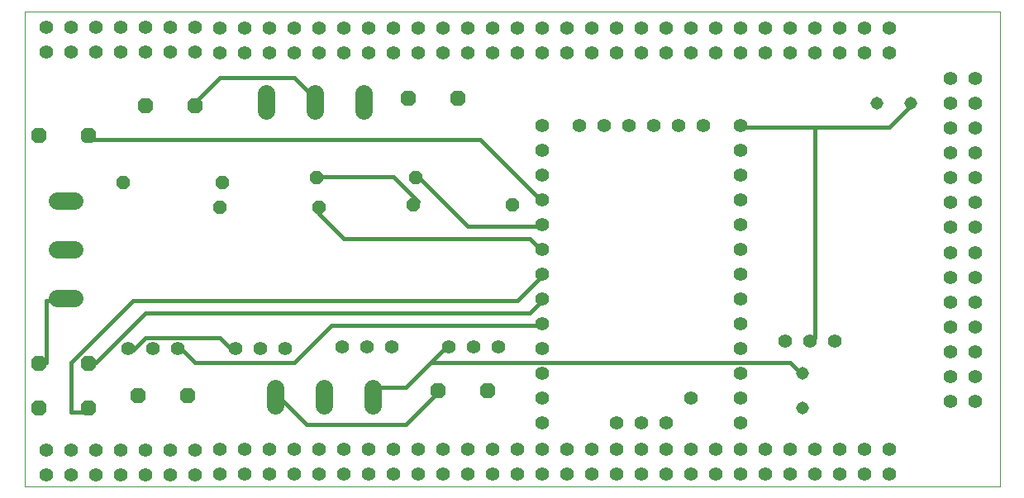
<source format=gbl>
G75*
%MOIN*%
%OFA0B0*%
%FSLAX24Y24*%
%IPPOS*%
%LPD*%
%AMOC8*
5,1,8,0,0,1.08239X$1,22.5*
%
%ADD10C,0.0000*%
%ADD11C,0.0554*%
%ADD12C,0.0515*%
%ADD13OC8,0.0520*%
%ADD14C,0.0705*%
%ADD15OC8,0.0630*%
%ADD16C,0.0180*%
D10*
X002390Y004393D02*
X002390Y023539D01*
X041730Y023539D01*
X041730Y004393D01*
X002390Y004393D01*
D11*
X003260Y004863D03*
X004260Y004863D03*
X005260Y004863D03*
X006260Y004863D03*
X007260Y004863D03*
X008260Y004863D03*
X009260Y004863D03*
X010260Y004883D03*
X011260Y004883D03*
X012260Y004883D03*
X013260Y004883D03*
X014260Y004883D03*
X015260Y004883D03*
X016260Y004883D03*
X017260Y004893D03*
X018260Y004893D03*
X019260Y004893D03*
X020260Y004893D03*
X021260Y004893D03*
X022260Y004893D03*
X023260Y004893D03*
X024260Y004893D03*
X025260Y004893D03*
X026260Y004893D03*
X027260Y004893D03*
X028260Y004893D03*
X029260Y004893D03*
X030260Y004893D03*
X031260Y004893D03*
X032260Y004893D03*
X033260Y004893D03*
X034260Y004893D03*
X035260Y004893D03*
X036260Y004893D03*
X037260Y004893D03*
X037260Y005893D03*
X036260Y005893D03*
X035260Y005893D03*
X034260Y005893D03*
X033260Y005893D03*
X032260Y005893D03*
X031260Y005893D03*
X030260Y005893D03*
X029260Y005893D03*
X028260Y005893D03*
X027260Y005893D03*
X026260Y005893D03*
X025260Y005893D03*
X024260Y005893D03*
X023260Y005893D03*
X022260Y005893D03*
X021260Y005893D03*
X020260Y005893D03*
X019260Y005893D03*
X018260Y005893D03*
X017260Y005893D03*
X016260Y005883D03*
X015260Y005883D03*
X014260Y005883D03*
X013260Y005883D03*
X012260Y005883D03*
X011260Y005883D03*
X010260Y005883D03*
X009260Y005863D03*
X008260Y005863D03*
X007260Y005863D03*
X006260Y005863D03*
X005260Y005863D03*
X004260Y005863D03*
X003260Y005863D03*
X006572Y009961D03*
X007572Y009961D03*
X008572Y009961D03*
X010916Y009961D03*
X011916Y009961D03*
X012916Y009961D03*
X015210Y010011D03*
X016210Y010011D03*
X017210Y010011D03*
X019503Y010011D03*
X020503Y010011D03*
X021503Y010011D03*
X023260Y009943D03*
X023260Y010943D03*
X023260Y011943D03*
X023260Y012943D03*
X023260Y013943D03*
X023260Y014943D03*
X023260Y015943D03*
X023260Y016943D03*
X023260Y017943D03*
X023260Y018943D03*
X024760Y018943D03*
X025760Y018943D03*
X026760Y018943D03*
X027760Y018943D03*
X028760Y018943D03*
X029760Y018943D03*
X031260Y018943D03*
X031260Y017943D03*
X031260Y016943D03*
X031260Y015943D03*
X031260Y014943D03*
X031260Y013943D03*
X031260Y012943D03*
X031260Y011943D03*
X031260Y010943D03*
X031260Y009943D03*
X033060Y010261D03*
X034060Y010261D03*
X035060Y010261D03*
X031260Y008943D03*
X031260Y007943D03*
X031260Y006943D03*
X029260Y007943D03*
X028260Y006943D03*
X027260Y006943D03*
X026260Y006943D03*
X023260Y006943D03*
X023260Y007943D03*
X023260Y008943D03*
X039730Y008823D03*
X040730Y008823D03*
X040730Y007823D03*
X039730Y007823D03*
X039730Y009823D03*
X040730Y009823D03*
X040730Y010823D03*
X039730Y010823D03*
X039730Y011823D03*
X040730Y011823D03*
X040730Y012823D03*
X039730Y012823D03*
X039730Y013823D03*
X040730Y013823D03*
X040750Y014853D03*
X039750Y014853D03*
X039750Y015853D03*
X040750Y015853D03*
X040750Y016853D03*
X039750Y016853D03*
X039750Y017853D03*
X040750Y017853D03*
X040750Y018853D03*
X039750Y018853D03*
X039750Y019853D03*
X040750Y019853D03*
X040750Y020853D03*
X039750Y020853D03*
X037260Y021893D03*
X036260Y021893D03*
X035260Y021893D03*
X034260Y021893D03*
X033260Y021893D03*
X032260Y021893D03*
X031260Y021893D03*
X030260Y021893D03*
X029260Y021893D03*
X028260Y021893D03*
X027260Y021893D03*
X026260Y021893D03*
X025260Y021893D03*
X024260Y021893D03*
X023260Y021893D03*
X022260Y021893D03*
X021260Y021893D03*
X020260Y021893D03*
X019260Y021893D03*
X018260Y021893D03*
X017260Y021893D03*
X016260Y021893D03*
X015260Y021893D03*
X014260Y021893D03*
X013260Y021893D03*
X012260Y021893D03*
X011260Y021893D03*
X010260Y021893D03*
X009260Y021903D03*
X008260Y021903D03*
X007260Y021903D03*
X006260Y021903D03*
X005260Y021903D03*
X004260Y021903D03*
X003260Y021903D03*
X003260Y022903D03*
X004260Y022903D03*
X005260Y022903D03*
X006260Y022903D03*
X007260Y022903D03*
X008260Y022903D03*
X009260Y022903D03*
X010260Y022893D03*
X011260Y022893D03*
X012260Y022893D03*
X013260Y022893D03*
X014260Y022893D03*
X015260Y022893D03*
X016260Y022893D03*
X017260Y022893D03*
X018260Y022893D03*
X019260Y022893D03*
X020260Y022893D03*
X021260Y022893D03*
X022260Y022893D03*
X023260Y022893D03*
X024260Y022893D03*
X025260Y022893D03*
X026260Y022893D03*
X027260Y022893D03*
X028260Y022893D03*
X029260Y022893D03*
X030260Y022893D03*
X031260Y022893D03*
X032260Y022893D03*
X033260Y022893D03*
X034260Y022893D03*
X035260Y022893D03*
X036260Y022893D03*
X037260Y022893D03*
D12*
X036771Y019843D03*
X038148Y019843D03*
X033760Y008932D03*
X033760Y007554D03*
D13*
X022060Y015743D03*
X018060Y015743D03*
X018160Y016843D03*
X014260Y015643D03*
X014160Y016843D03*
X010360Y016643D03*
X010260Y015643D03*
X006360Y016643D03*
D14*
X004404Y015912D02*
X003699Y015912D01*
X003699Y013943D02*
X004404Y013943D01*
X004404Y011975D02*
X003699Y011975D01*
X012491Y008338D02*
X012491Y007633D01*
X014460Y007633D02*
X014460Y008338D01*
X016428Y008338D02*
X016428Y007633D01*
X016078Y019549D02*
X016078Y020254D01*
X014110Y020254D02*
X014110Y019549D01*
X012141Y019549D02*
X012141Y020254D01*
D15*
X009260Y019743D03*
X007260Y019743D03*
X004960Y018543D03*
X002960Y018543D03*
X017860Y020043D03*
X019860Y020043D03*
X004960Y009343D03*
X002960Y009343D03*
X002960Y007543D03*
X004960Y007543D03*
X006960Y008043D03*
X008960Y008043D03*
X019060Y008243D03*
X021060Y008243D03*
D16*
X019260Y008393D02*
X019060Y008243D01*
X019260Y008393D02*
X017760Y006893D01*
X013760Y006893D01*
X012760Y007893D01*
X012491Y007985D01*
X013260Y009393D02*
X009260Y009393D01*
X008760Y009893D01*
X008572Y009961D01*
X007260Y010393D02*
X010260Y010393D01*
X010760Y009893D01*
X010916Y009961D01*
X013260Y009393D02*
X014760Y010893D01*
X023260Y010893D01*
X023260Y010943D01*
X022760Y011393D02*
X007260Y011393D01*
X005260Y009393D01*
X004960Y009343D01*
X004260Y009393D02*
X004260Y007393D01*
X004760Y007393D01*
X004960Y007543D01*
X004260Y009393D02*
X006760Y011893D01*
X022260Y011893D01*
X023260Y012893D01*
X023260Y012943D01*
X023260Y013893D02*
X023260Y013943D01*
X023260Y013893D02*
X022760Y014393D01*
X015260Y014393D01*
X014260Y015393D01*
X014260Y015643D01*
X014160Y016843D02*
X014260Y016893D01*
X017260Y016893D01*
X018260Y015893D01*
X018060Y015743D01*
X018160Y016843D02*
X018260Y016893D01*
X020260Y014893D01*
X023260Y014893D01*
X023260Y014943D01*
X023260Y015893D02*
X023260Y015943D01*
X023260Y015893D02*
X020760Y018393D01*
X004760Y018393D01*
X004960Y018543D01*
X009260Y019743D02*
X009260Y019893D01*
X010260Y020893D01*
X013260Y020893D01*
X013760Y020393D01*
X014110Y019901D01*
X023260Y011943D02*
X023260Y011893D01*
X022760Y011393D01*
X019503Y010011D02*
X019260Y009893D01*
X018760Y009393D01*
X033260Y009393D01*
X033760Y008893D01*
X033760Y008932D01*
X034060Y010261D02*
X034260Y010393D01*
X034260Y018893D01*
X037260Y018893D01*
X038260Y019893D01*
X038148Y019843D01*
X034260Y018893D02*
X031260Y018893D01*
X031260Y018943D01*
X018760Y009393D02*
X017760Y008393D01*
X016760Y008393D01*
X016428Y007985D01*
X007260Y010393D02*
X006760Y009893D01*
X006572Y009961D01*
X004052Y011975D02*
X003760Y011893D01*
X003260Y011893D01*
X003260Y009393D01*
X002960Y009343D01*
M02*

</source>
